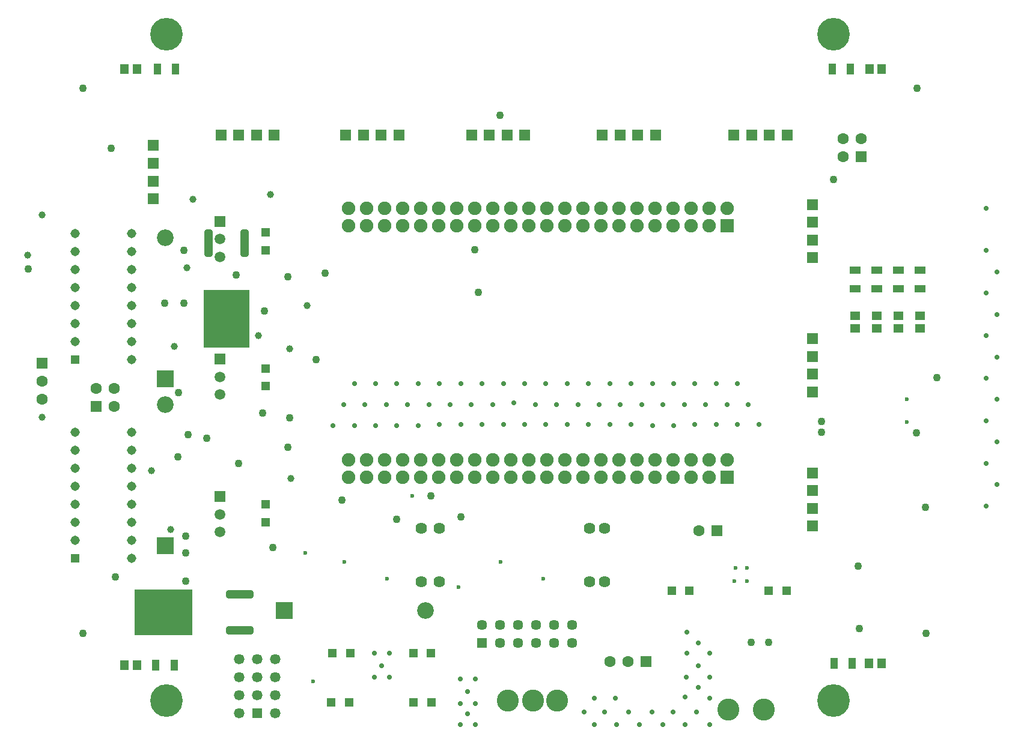
<source format=gbs>
G04*
G04 #@! TF.GenerationSoftware,Altium Limited,Altium Designer,21.4.1 (30)*
G04*
G04 Layer_Color=16711935*
%FSLAX25Y25*%
%MOIN*%
G70*
G04*
G04 #@! TF.SameCoordinates,A47B8419-E6DC-47D0-8E32-9BAF03E0F130*
G04*
G04*
G04 #@! TF.FilePolarity,Negative*
G04*
G01*
G75*
%ADD31R,0.05709X0.04921*%
%ADD32R,0.04331X0.06496*%
%ADD33R,0.04921X0.05709*%
%ADD35R,0.06496X0.04331*%
%ADD37R,0.31890X0.25551*%
G04:AMPARAMS|DCode=38|XSize=45.67mil|YSize=152.76mil|CornerRadius=13.03mil|HoleSize=0mil|Usage=FLASHONLY|Rotation=270.000|XOffset=0mil|YOffset=0mil|HoleType=Round|Shape=RoundedRectangle|*
%AMROUNDEDRECTD38*
21,1,0.04567,0.12670,0,0,270.0*
21,1,0.01961,0.15276,0,0,270.0*
1,1,0.02605,-0.06335,-0.00981*
1,1,0.02605,-0.06335,0.00981*
1,1,0.02605,0.06335,0.00981*
1,1,0.02605,0.06335,-0.00981*
%
%ADD38ROUNDEDRECTD38*%
%ADD40C,0.07480*%
%ADD41R,0.07480X0.07480*%
%ADD42R,0.06331X0.06331*%
%ADD43R,0.06299X0.06299*%
%ADD44C,0.06299*%
%ADD45C,0.18110*%
%ADD46R,0.06331X0.06331*%
%ADD47R,0.06299X0.06299*%
%ADD48R,0.05118X0.05118*%
%ADD49C,0.12205*%
%ADD50R,0.09252X0.09252*%
%ADD51C,0.09252*%
%ADD52R,0.09252X0.09252*%
%ADD53C,0.05937*%
%ADD54R,0.05937X0.05937*%
%ADD55R,0.05118X0.05118*%
%ADD56C,0.05709*%
%ADD57R,0.05709X0.05709*%
%ADD58C,0.05787*%
%ADD59R,0.05787X0.05787*%
%ADD60C,0.06394*%
%ADD61C,0.05158*%
%ADD62R,0.05158X0.05158*%
%ADD63C,0.03894*%
%ADD64C,0.02756*%
%ADD65C,0.04331*%
%ADD66C,0.02362*%
G04:AMPARAMS|DCode=125|XSize=45.67mil|YSize=152.76mil|CornerRadius=13.03mil|HoleSize=0mil|Usage=FLASHONLY|Rotation=0.000|XOffset=0mil|YOffset=0mil|HoleType=Round|Shape=RoundedRectangle|*
%AMROUNDEDRECTD125*
21,1,0.04567,0.12670,0,0,0.0*
21,1,0.01961,0.15276,0,0,0.0*
1,1,0.02605,0.00981,-0.06335*
1,1,0.02605,-0.00981,-0.06335*
1,1,0.02605,-0.00981,0.06335*
1,1,0.02605,0.00981,0.06335*
%
%ADD125ROUNDEDRECTD125*%
%ADD126R,0.25551X0.31890*%
D31*
X424300Y239429D02*
D03*
Y246319D02*
D03*
X400300Y239429D02*
D03*
Y246319D02*
D03*
X388300Y239429D02*
D03*
Y246319D02*
D03*
X412300Y239429D02*
D03*
Y246319D02*
D03*
D32*
X400Y52300D02*
D03*
X10636D02*
D03*
X386718Y53300D02*
D03*
X376482D02*
D03*
X1187Y383284D02*
D03*
X11424D02*
D03*
X385718Y383300D02*
D03*
X375482D02*
D03*
D33*
X-17012Y383284D02*
D03*
X-10122D02*
D03*
X403090Y383300D02*
D03*
X396200D02*
D03*
X402945Y53300D02*
D03*
X396055D02*
D03*
X-16945Y52300D02*
D03*
X-10055D02*
D03*
D35*
X400300Y271518D02*
D03*
X388300D02*
D03*
X400300Y261282D02*
D03*
X412300D02*
D03*
Y271518D02*
D03*
X424300Y261282D02*
D03*
Y271518D02*
D03*
X388300Y261282D02*
D03*
D37*
X4778Y81608D02*
D03*
D38*
X46864Y91608D02*
D03*
Y71608D02*
D03*
D40*
X157313Y156754D02*
D03*
X167313Y166202D02*
D03*
Y156754D02*
D03*
X177313Y166202D02*
D03*
X187313Y156754D02*
D03*
X177313D02*
D03*
X197313D02*
D03*
X187313Y166202D02*
D03*
X197313D02*
D03*
X207313D02*
D03*
Y156754D02*
D03*
X217313Y166202D02*
D03*
Y156754D02*
D03*
X227313D02*
D03*
Y166202D02*
D03*
X237313D02*
D03*
X247313D02*
D03*
Y156754D02*
D03*
X237313D02*
D03*
X257313D02*
D03*
Y166202D02*
D03*
X267313D02*
D03*
Y156754D02*
D03*
X277313Y166202D02*
D03*
Y156754D02*
D03*
X287313Y166202D02*
D03*
Y156754D02*
D03*
X297313Y166202D02*
D03*
Y156754D02*
D03*
X307313Y166202D02*
D03*
Y156754D02*
D03*
X317313Y166202D02*
D03*
X117313Y156754D02*
D03*
X107313Y166202D02*
D03*
X117313D02*
D03*
X127313Y156754D02*
D03*
X107313D02*
D03*
X127313Y166202D02*
D03*
X137313D02*
D03*
Y156754D02*
D03*
X147313Y166202D02*
D03*
Y156754D02*
D03*
X157313Y166202D02*
D03*
X287313Y305848D02*
D03*
X237313Y296399D02*
D03*
X277313Y305848D02*
D03*
X247313D02*
D03*
X257313D02*
D03*
X277313Y296399D02*
D03*
X267313Y305848D02*
D03*
Y296399D02*
D03*
X307313Y305848D02*
D03*
X317313D02*
D03*
X297313Y296399D02*
D03*
X307313D02*
D03*
X297313Y305848D02*
D03*
X147313D02*
D03*
X157313D02*
D03*
X137313D02*
D03*
X117313D02*
D03*
X107313D02*
D03*
X167313D02*
D03*
X127313D02*
D03*
X147313Y296399D02*
D03*
X137313D02*
D03*
X127313D02*
D03*
X117313D02*
D03*
X107313D02*
D03*
X157313D02*
D03*
X167313D02*
D03*
X287313D02*
D03*
X247313D02*
D03*
X257313D02*
D03*
X177313Y305848D02*
D03*
X217313D02*
D03*
X207313Y296399D02*
D03*
X187313D02*
D03*
X197313Y305848D02*
D03*
X187313D02*
D03*
X197313Y296399D02*
D03*
X207313Y305848D02*
D03*
X177313Y296399D02*
D03*
X227313Y305848D02*
D03*
X217313Y296399D02*
D03*
X227313D02*
D03*
X237313Y305848D02*
D03*
D41*
X317313Y156754D02*
D03*
X317313Y296399D02*
D03*
D42*
X-936Y311239D02*
D03*
Y321108D02*
D03*
Y340845D02*
D03*
Y330977D02*
D03*
X364679Y139370D02*
D03*
Y129502D02*
D03*
Y149239D02*
D03*
Y159108D02*
D03*
Y213870D02*
D03*
Y204002D02*
D03*
Y223739D02*
D03*
Y233608D02*
D03*
Y288370D02*
D03*
Y278502D02*
D03*
Y298239D02*
D03*
Y308108D02*
D03*
D43*
X391764Y334608D02*
D03*
X-62636Y219908D02*
D03*
D44*
X381764Y334608D02*
D03*
X391764Y344608D02*
D03*
X381764D02*
D03*
X262300Y54200D02*
D03*
X252300D02*
D03*
X-62636Y209908D02*
D03*
Y199908D02*
D03*
X-22636Y205908D02*
D03*
Y195908D02*
D03*
X-32636Y205908D02*
D03*
X301764Y127108D02*
D03*
D45*
X6306Y402699D02*
D03*
Y32620D02*
D03*
X376384Y402699D02*
D03*
Y32620D02*
D03*
D46*
X175495Y346694D02*
D03*
X185364D02*
D03*
X205102D02*
D03*
X195233D02*
D03*
X248016Y346748D02*
D03*
X257885D02*
D03*
X277622D02*
D03*
X267753D02*
D03*
X125358Y346694D02*
D03*
X135226D02*
D03*
X115489D02*
D03*
X105620D02*
D03*
X340806D02*
D03*
X350675D02*
D03*
X330938D02*
D03*
X321069D02*
D03*
X36526Y346596D02*
D03*
X46394D02*
D03*
X66132D02*
D03*
X56263D02*
D03*
D47*
X272300Y54200D02*
D03*
X-32636Y195908D02*
D03*
X311764Y127108D02*
D03*
D48*
X296321Y93500D02*
D03*
X286479Y93500D02*
D03*
X350260Y93500D02*
D03*
X340418Y93500D02*
D03*
X143300Y59100D02*
D03*
X153142Y59100D02*
D03*
X98379Y59100D02*
D03*
X108221Y59100D02*
D03*
X143464Y31600D02*
D03*
X153307Y31600D02*
D03*
X97679Y31600D02*
D03*
X107521Y31600D02*
D03*
D49*
X318057Y27800D02*
D03*
X337742Y27800D02*
D03*
X195520Y32500D02*
D03*
X209694D02*
D03*
X223079D02*
D03*
D50*
X5483Y118635D02*
D03*
X5483Y211383D02*
D03*
D51*
X5483Y196981D02*
D03*
X150071Y82808D02*
D03*
X5483Y289729D02*
D03*
D52*
X71725Y82808D02*
D03*
D53*
X35964Y126165D02*
D03*
Y136008D02*
D03*
Y212466D02*
D03*
Y202623D02*
D03*
X35834Y288924D02*
D03*
Y279081D02*
D03*
D54*
X35964Y145851D02*
D03*
Y222308D02*
D03*
X35834Y298766D02*
D03*
D55*
X61164Y141629D02*
D03*
X61164Y131787D02*
D03*
X61264Y207297D02*
D03*
X61264Y217140D02*
D03*
X61264Y282808D02*
D03*
X61264Y292651D02*
D03*
D56*
X231464Y74808D02*
D03*
Y64808D02*
D03*
X221464Y74808D02*
D03*
Y64808D02*
D03*
X211464Y74808D02*
D03*
Y64808D02*
D03*
X201464Y74808D02*
D03*
Y64808D02*
D03*
X191464Y74808D02*
D03*
Y64808D02*
D03*
X181464Y74808D02*
D03*
D57*
Y64808D02*
D03*
D58*
X66564Y25508D02*
D03*
X46564D02*
D03*
X66564Y35508D02*
D03*
X56564D02*
D03*
X46564D02*
D03*
X66564Y45508D02*
D03*
X56564D02*
D03*
X46564D02*
D03*
X66564Y55508D02*
D03*
X56564D02*
D03*
X46564D02*
D03*
D59*
X56564Y25508D02*
D03*
D60*
X147670Y98611D02*
D03*
Y128237D02*
D03*
X157670D02*
D03*
Y98611D02*
D03*
X240907Y128237D02*
D03*
Y98611D02*
D03*
X249379Y128237D02*
D03*
Y98611D02*
D03*
D61*
X-12952Y111596D02*
D03*
Y121596D02*
D03*
Y131596D02*
D03*
Y141596D02*
D03*
Y151596D02*
D03*
Y161596D02*
D03*
Y171596D02*
D03*
Y181596D02*
D03*
X-44212D02*
D03*
Y171596D02*
D03*
Y161596D02*
D03*
Y151596D02*
D03*
Y141596D02*
D03*
Y131596D02*
D03*
Y121596D02*
D03*
X-12952Y222108D02*
D03*
Y232108D02*
D03*
Y242108D02*
D03*
Y252108D02*
D03*
Y262108D02*
D03*
Y272108D02*
D03*
Y282108D02*
D03*
Y292108D02*
D03*
X-44212D02*
D03*
Y282108D02*
D03*
Y272108D02*
D03*
Y262108D02*
D03*
Y252108D02*
D03*
Y242108D02*
D03*
Y232108D02*
D03*
D62*
Y111596D02*
D03*
Y222108D02*
D03*
D63*
X10800Y229300D02*
D03*
X75200Y155992D02*
D03*
X74563Y228100D02*
D03*
X84200Y251900D02*
D03*
X-70550Y279913D02*
D03*
X64100Y313600D02*
D03*
X8500Y127700D02*
D03*
X-1959Y160208D02*
D03*
X20900Y311000D02*
D03*
X17656Y273048D02*
D03*
X57459Y235351D02*
D03*
X-62758Y302208D02*
D03*
X-62636Y190008D02*
D03*
D64*
X323076Y208822D02*
D03*
X328982Y197011D02*
D03*
X334887Y186055D02*
D03*
X311265Y208822D02*
D03*
X317171Y197011D02*
D03*
X323076Y186055D02*
D03*
X299454Y208822D02*
D03*
X305360Y197011D02*
D03*
X311265Y186055D02*
D03*
X287643Y208822D02*
D03*
X293549Y197011D02*
D03*
X299454Y186055D02*
D03*
X252210Y208822D02*
D03*
X258116Y197011D02*
D03*
X264021Y186055D02*
D03*
X252210D02*
D03*
X240399D02*
D03*
X228588D02*
D03*
X216777D02*
D03*
X204966D02*
D03*
X199061Y197866D02*
D03*
X187250Y197011D02*
D03*
X181344Y208822D02*
D03*
X110478D02*
D03*
X104572Y197011D02*
D03*
X275832Y208822D02*
D03*
X157722Y186055D02*
D03*
X169533D02*
D03*
X181344D02*
D03*
X193155D02*
D03*
X151816Y197011D02*
D03*
X140006D02*
D03*
X110478Y185200D02*
D03*
X210872Y197011D02*
D03*
X275832Y185200D02*
D03*
X264021Y208822D02*
D03*
X145911Y185200D02*
D03*
Y208822D02*
D03*
X222683Y197011D02*
D03*
X116384D02*
D03*
X169533Y208822D02*
D03*
X134100Y185200D02*
D03*
X216777Y208822D02*
D03*
X281738Y197011D02*
D03*
X157722Y208822D02*
D03*
X287643Y185200D02*
D03*
X122289Y208822D02*
D03*
X228588D02*
D03*
X204966D02*
D03*
X234494Y197011D02*
D03*
X175439D02*
D03*
X98667Y185200D02*
D03*
X163628Y197011D02*
D03*
X128194D02*
D03*
X246305D02*
D03*
X240399Y208822D02*
D03*
X193155D02*
D03*
X122289Y185200D02*
D03*
X269927Y197011D02*
D03*
X134100Y208822D02*
D03*
X467037Y152600D02*
D03*
X461132Y164411D02*
D03*
X262775Y26300D02*
D03*
X249450D02*
D03*
X287387D02*
D03*
X243719Y19226D02*
D03*
X255995D02*
D03*
X268630D02*
D03*
X293831D02*
D03*
X281555D02*
D03*
X237864Y26300D02*
D03*
X275700D02*
D03*
X307682Y34029D02*
D03*
X300341Y26446D02*
D03*
X293933Y34604D02*
D03*
X307682Y19226D02*
D03*
X255305Y34101D02*
D03*
X243719D02*
D03*
X307682Y58940D02*
D03*
X301258Y39884D02*
D03*
X294683Y45615D02*
D03*
X307682D02*
D03*
X301258Y52160D02*
D03*
X294865Y70526D02*
D03*
Y58940D02*
D03*
X301258Y64795D02*
D03*
X173150Y25267D02*
D03*
X177599Y19412D02*
D03*
X169264D02*
D03*
Y30997D02*
D03*
X177599D02*
D03*
Y44543D02*
D03*
X169264D02*
D03*
X173150Y37543D02*
D03*
X125600Y52100D02*
D03*
X121714Y59100D02*
D03*
X130049D02*
D03*
Y45555D02*
D03*
X121714D02*
D03*
X461132Y306143D02*
D03*
Y282521D02*
D03*
X467037Y270710D02*
D03*
X461132Y258899D02*
D03*
X467037Y247088D02*
D03*
X461132Y235277D02*
D03*
X467037Y223466D02*
D03*
X461132Y211655D02*
D03*
X467037Y199844D02*
D03*
X461132Y188033D02*
D03*
X467037Y176222D02*
D03*
X461132Y140789D02*
D03*
D65*
X-39900Y372500D02*
D03*
Y70000D02*
D03*
X427500D02*
D03*
X422700Y372500D02*
D03*
X433764Y212008D02*
D03*
X369656Y187500D02*
D03*
X169600Y134800D02*
D03*
X133900Y133200D02*
D03*
X103800Y144100D02*
D03*
X65200Y117500D02*
D03*
X74600Y189800D02*
D03*
X73600Y268032D02*
D03*
X73564Y173381D02*
D03*
X89319Y222000D02*
D03*
X59655Y192321D02*
D03*
X94400Y270000D02*
D03*
X390500Y72800D02*
D03*
X191400Y357500D02*
D03*
X-70332Y272208D02*
D03*
X427464Y140108D02*
D03*
X330590Y64900D02*
D03*
X340290D02*
D03*
X390000Y107200D02*
D03*
X422381Y181208D02*
D03*
X376271Y321891D02*
D03*
X17000Y98900D02*
D03*
X16901Y114631D02*
D03*
X369656Y181800D02*
D03*
X15916Y253208D02*
D03*
X5264D02*
D03*
X60688Y249054D02*
D03*
X13000Y203500D02*
D03*
X18159Y180493D02*
D03*
X-24400Y339200D02*
D03*
X16000Y282700D02*
D03*
X16901Y123996D02*
D03*
X28628Y178258D02*
D03*
X12715Y167857D02*
D03*
X44983Y269089D02*
D03*
X46305Y164308D02*
D03*
X-22036Y101208D02*
D03*
X179464Y259408D02*
D03*
X177164Y282908D02*
D03*
X153064Y146308D02*
D03*
D66*
X416841Y200132D02*
D03*
X142764Y146300D02*
D03*
X83400Y114500D02*
D03*
X321827Y106458D02*
D03*
X328182D02*
D03*
Y98939D02*
D03*
X321469D02*
D03*
X87508Y43400D02*
D03*
X128482Y100475D02*
D03*
X191635Y109779D02*
D03*
X215303Y100475D02*
D03*
X104814Y109779D02*
D03*
X168464Y95808D02*
D03*
X416864Y187308D02*
D03*
D125*
X49664Y286808D02*
D03*
X29664D02*
D03*
D126*
X39664Y244721D02*
D03*
M02*

</source>
